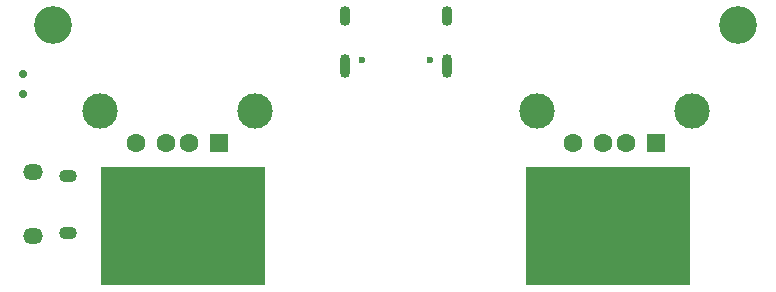
<source format=gbr>
%TF.GenerationSoftware,KiCad,Pcbnew,5.99.0-unknown-a8672dd2f9~128~ubuntu20.04.1*%
%TF.CreationDate,2021-05-09T18:34:15+01:00*%
%TF.ProjectId,usbpd_powerbank,75736270-645f-4706-9f77-657262616e6b,rev?*%
%TF.SameCoordinates,Original*%
%TF.FileFunction,Soldermask,Bot*%
%TF.FilePolarity,Negative*%
%FSLAX46Y46*%
G04 Gerber Fmt 4.6, Leading zero omitted, Abs format (unit mm)*
G04 Created by KiCad (PCBNEW 5.99.0-unknown-a8672dd2f9~128~ubuntu20.04.1) date 2021-05-09 18:34:15*
%MOMM*%
%LPD*%
G01*
G04 APERTURE LIST*
%ADD10C,0.600000*%
%ADD11O,0.900000X2.000000*%
%ADD12O,0.900000X1.700000*%
%ADD13R,1.600000X1.600000*%
%ADD14C,1.600000*%
%ADD15C,3.000000*%
%ADD16C,3.200000*%
%ADD17C,0.700000*%
%ADD18O,1.700000X1.350000*%
%ADD19O,1.500000X1.100000*%
%ADD20R,14.000000X10.000000*%
G04 APERTURE END LIST*
D10*
%TO.C,P1*%
X102110000Y-65950000D03*
X107890000Y-65950000D03*
D11*
X100680000Y-66430000D03*
X109320000Y-66430000D03*
D12*
X109320000Y-62260000D03*
X100680000Y-62260000D03*
%TD*%
D13*
%TO.C,J1*%
X127000000Y-73000000D03*
D14*
X124500000Y-73000000D03*
X122500000Y-73000000D03*
X120000000Y-73000000D03*
D15*
X130070000Y-70290000D03*
X116930000Y-70290000D03*
%TD*%
D16*
%TO.C,REF\u002A\u002A*%
X76000000Y-63000000D03*
%TD*%
D17*
%TO.C,SW1*%
X73400000Y-68850000D03*
X73400000Y-67150000D03*
%TD*%
D13*
%TO.C,J2*%
X90000000Y-73000000D03*
D14*
X87500000Y-73000000D03*
X85500000Y-73000000D03*
X83000000Y-73000000D03*
D15*
X93070000Y-70290000D03*
X79930000Y-70290000D03*
%TD*%
D18*
%TO.C,J3*%
X74285000Y-80890000D03*
D19*
X77285000Y-75740000D03*
D18*
X74285000Y-75430000D03*
D19*
X77285000Y-80580000D03*
%TD*%
D16*
%TO.C,REF\u002A\u002A*%
X134000000Y-63000000D03*
%TD*%
D20*
%TO.C,BT1*%
X87000000Y-80000000D03*
X123000000Y-80000000D03*
%TD*%
M02*

</source>
